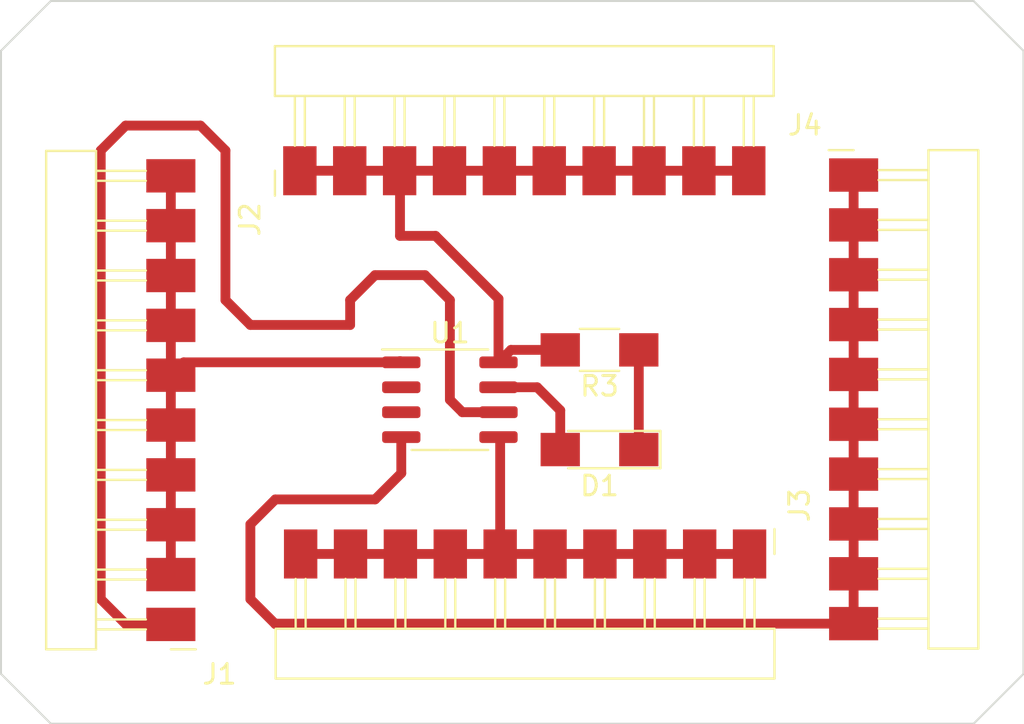
<source format=kicad_pcb>
(kicad_pcb (version 20211014) (generator pcbnew)
  (layers (0 "F.Cu" signal) (31 "B.Cu" signal) (34 "B.Paste" user) (35 "F.Paste" user) (36 "B.SilkS" user "B.Silkscreen") (37 "F.SilkS" user "F.Silkscreen") (38 "B.Mask" user) (39 "F.Mask" user) (44 "Edge.Cuts" user))
  (net 0 "")
  (net 1 "Net-(J1-Pad1)")
  (net 4 "Net-(D1-Pad1)")
  (net 5 "Net-(D1-Pad2)")
  (net 6 "Net-(J1-Pad10)")
  (net 7 "Net-(J2-Pad1)")
  (net 8 "Net-(J3-Pad1)")
  (net 9 "Net-(J4-Pad1)")
  (footprint "fab:PinHeader_1x10_P2.54mm_Horizontal_SMD" (layer "F.Cu") (at 168.89 79.77 90)
    (fp_text reference "J2" (at -1.524 -2.54 90) (layer "F.SilkS") (effects (justify right)))
    (fp_text value "Conn_01x10_Male")
    (fp_line (start 3.81 4.826) (end 1.27 4.826) (layer "F.SilkS") (width 0.12))
    (fp_line (start 6.35 24.13) (end 3.81 24.13) (layer "F.SilkS") (width 0.12))
    (fp_line (start 3.81 7.874) (end 1.27 7.874) (layer "F.SilkS") (width 0.12))
    (fp_line (start 3.81 9.906) (end 1.27 9.906) (layer "F.SilkS") (width 0.12))
    (fp_line (start 3.81 10.414) (end 1.27 10.414) (layer "F.SilkS") (width 0.12))
    (fp_line (start 3.81 24.13) (end 3.81 -1.27) (layer "F.SilkS") (width 0.12))
    (fp_line (start 3.81 18.034) (end 1.27 18.034) (layer "F.SilkS") (width 0.12))
    (fp_line (start 3.81 20.066) (end 1.27 20.066) (layer "F.SilkS") (width 0.12))
    (fp_line (start 3.81 2.286) (end 1.27 2.286) (layer "F.SilkS") (width 0.12))
    (fp_line (start 3.81 22.606) (end 1.27 22.606) (layer "F.SilkS") (width 0.12))
    (fp_line (start 6.35 -1.27) (end 6.35 24.13) (layer "F.SilkS") (width 0.12))
    (fp_line (start 3.81 2.794) (end 1.27 2.794) (layer "F.SilkS") (width 0.12))
    (fp_line (start 3.81 -1.27) (end 6.35 -1.27) (layer "F.SilkS") (width 0.12))
    (fp_line (start 3.81 20.574) (end 1.27 20.574) (layer "F.SilkS") (width 0.12))
    (fp_line (start 3.81 7.366) (end 1.27 7.366) (layer "F.SilkS") (width 0.12))
    (fp_line (start 3.81 23.114) (end 1.27 23.114) (layer "F.SilkS") (width 0.12))
    (fp_line (start 3.81 5.334) (end 1.27 5.334) (layer "F.SilkS") (width 0.12))
    (fp_line (start 3.81 12.446) (end 1.27 12.446) (layer "F.SilkS") (width 0.12))
    (fp_line (start 3.81 17.526) (end 1.27 17.526) (layer "F.SilkS") (width 0.12))
    (fp_line (start 3.81 12.954) (end 1.27 12.954) (layer "F.SilkS") (width 0.12))
    (fp_line (start 3.81 14.986) (end 1.27 14.986) (layer "F.SilkS") (width 0.12))
    (fp_line (start 3.81 0.254) (end 1.27 0.254) (layer "F.SilkS") (width 0.12))
    (fp_line (start -1.27 -1.27) (end 0 -1.27) (layer "F.SilkS") (width 0.12))
    (fp_line (start 3.81 -0.254) (end 1.27 -0.254) (layer "F.SilkS") (width 0.12))
    (fp_line (start 3.81 15.494) (end 1.27 15.494) (layer "F.SilkS") (width 0.12))
    (pad "1" smd rect locked (at 0 0 90) (size 2.5 1.7) (layers "F.Cu" "F.Paste" "F.Mask") (net 7 "Net-(J2-Pad1)"))
    (pad "2" smd rect locked (at 0 2.54 90) (size 2.5 1.7) (layers "F.Cu" "F.Paste" "F.Mask") (net 7 "Net-(J2-Pad1)"))
    (pad "3" smd rect locked (at 0 5.08 90) (size 2.5 1.7) (layers "F.Cu" "F.Paste" "F.Mask") (net 7 "Net-(J2-Pad1)"))
    (pad "4" smd rect locked (at 0 7.62 90) (size 2.5 1.7) (layers "F.Cu" "F.Paste" "F.Mask") (net 7 "Net-(J2-Pad1)"))
    (pad "5" smd rect locked (at 0 10.16 90) (size 2.5 1.7) (layers "F.Cu" "F.Paste" "F.Mask") (net 7 "Net-(J2-Pad1)"))
    (pad "6" smd rect locked (at 0 12.7 90) (size 2.5 1.7) (layers "F.Cu" "F.Paste" "F.Mask") (net 7 "Net-(J2-Pad1)"))
    (pad "7" smd rect locked (at 0 15.24 90) (size 2.5 1.7) (layers "F.Cu" "F.Paste" "F.Mask") (net 7 "Net-(J2-Pad1)"))
    (pad "8" smd rect locked (at 0 17.78 90) (size 2.5 1.7) (layers "F.Cu" "F.Paste" "F.Mask") (net 7 "Net-(J2-Pad1)"))
    (pad "9" smd rect locked (at 0 20.32 90) (size 2.5 1.7) (layers "F.Cu" "F.Paste" "F.Mask") (net 7 "Net-(J2-Pad1)"))
    (pad "10" smd rect locked (at 0 22.86 90) (size 2.5 1.7) (layers "F.Cu" "F.Paste" "F.Mask") (net 7 "Net-(J2-Pad1)"))
  )
  (footprint "fab:PinHeader_1x10_P2.54mm_Horizontal_SMD" (layer "F.Cu") (at 191.79 99.3 -90)
    (fp_text reference "J3" (at -1.524 -2.54 90) (layer "F.SilkS") (effects (justify left)))
    (fp_text value "Conn_01x10_Male")
    (fp_line (start 3.81 14.986) (end 1.27 14.986) (layer "F.SilkS") (width 0.12))
    (fp_line (start 3.81 18.034) (end 1.27 18.034) (layer "F.SilkS") (width 0.12))
    (fp_line (start 6.35 24.13) (end 3.81 24.13) (layer "F.SilkS") (width 0.12))
    (fp_line (start 3.81 5.334) (end 1.27 5.334) (layer "F.SilkS") (width 0.12))
    (fp_line (start 3.81 -0.254) (end 1.27 -0.254) (layer "F.SilkS") (width 0.12))
    (fp_line (start 3.81 0.254) (end 1.27 0.254) (layer "F.SilkS") (width 0.12))
    (fp_line (start 3.81 12.446) (end 1.27 12.446) (layer "F.SilkS") (width 0.12))
    (fp_line (start 3.81 24.13) (end 3.81 -1.27) (layer "F.SilkS") (width 0.12))
    (fp_line (start 3.81 -1.27) (end 6.35 -1.27) (layer "F.SilkS") (width 0.12))
    (fp_line (start 3.81 2.794) (end 1.27 2.794) (layer "F.SilkS") (width 0.12))
    (fp_line (start 3.81 20.066) (end 1.27 20.066) (layer "F.SilkS") (width 0.12))
    (fp_line (start 3.81 2.286) (end 1.27 2.286) (layer "F.SilkS") (width 0.12))
    (fp_line (start 3.81 12.954) (end 1.27 12.954) (layer "F.SilkS") (width 0.12))
    (fp_line (start 3.81 9.906) (end 1.27 9.906) (layer "F.SilkS") (width 0.12))
    (fp_line (start 3.81 7.874) (end 1.27 7.874) (layer "F.SilkS") (width 0.12))
    (fp_line (start 3.81 15.494) (end 1.27 15.494) (layer "F.SilkS") (width 0.12))
    (fp_line (start 3.81 23.114) (end 1.27 23.114) (layer "F.SilkS") (width 0.12))
    (fp_line (start 3.81 10.414) (end 1.27 10.414) (layer "F.SilkS") (width 0.12))
    (fp_line (start 3.81 7.366) (end 1.27 7.366) (layer "F.SilkS") (width 0.12))
    (fp_line (start 3.81 22.606) (end 1.27 22.606) (layer "F.SilkS") (width 0.12))
    (fp_line (start 3.81 17.526) (end 1.27 17.526) (layer "F.SilkS") (width 0.12))
    (fp_line (start -1.27 -1.27) (end 0 -1.27) (layer "F.SilkS") (width 0.12))
    (fp_line (start 3.81 20.574) (end 1.27 20.574) (layer "F.SilkS") (width 0.12))
    (fp_line (start 6.35 -1.27) (end 6.35 24.13) (layer "F.SilkS") (width 0.12))
    (fp_line (start 3.81 4.826) (end 1.27 4.826) (layer "F.SilkS") (width 0.12))
    (pad "1" smd rect locked (at 0 0 270) (size 2.5 1.7) (layers "F.Cu" "F.Paste" "F.Mask") (net 8 "Net-(J3-Pad1)"))
    (pad "2" smd rect locked (at 0 2.54 270) (size 2.5 1.7) (layers "F.Cu" "F.Paste" "F.Mask") (net 8 "Net-(J3-Pad1)"))
    (pad "3" smd rect locked (at 0 5.08 270) (size 2.5 1.7) (layers "F.Cu" "F.Paste" "F.Mask") (net 8 "Net-(J3-Pad1)"))
    (pad "4" smd rect locked (at 0 7.62 270) (size 2.5 1.7) (layers "F.Cu" "F.Paste" "F.Mask") (net 8 "Net-(J3-Pad1)"))
    (pad "5" smd rect locked (at 0 10.16 270) (size 2.5 1.7) (layers "F.Cu" "F.Paste" "F.Mask") (net 8 "Net-(J3-Pad1)"))
    (pad "6" smd rect locked (at 0 12.7 270) (size 2.5 1.7) (layers "F.Cu" "F.Paste" "F.Mask") (net 8 "Net-(J3-Pad1)"))
    (pad "7" smd rect locked (at 0 15.24 270) (size 2.5 1.7) (layers "F.Cu" "F.Paste" "F.Mask") (net 8 "Net-(J3-Pad1)"))
    (pad "8" smd rect locked (at 0 17.78 270) (size 2.5 1.7) (layers "F.Cu" "F.Paste" "F.Mask") (net 8 "Net-(J3-Pad1)"))
    (pad "9" smd rect locked (at 0 20.32 270) (size 2.5 1.7) (layers "F.Cu" "F.Paste" "F.Mask") (net 8 "Net-(J3-Pad1)"))
    (pad "10" smd rect locked (at 0 22.86 270) (size 2.5 1.7) (layers "F.Cu" "F.Paste" "F.Mask") (net 8 "Net-(J3-Pad1)"))
  )
  (footprint "fab:R_1206" (layer "F.Cu") (at 184.15 88.9 180)
    (fp_text reference "R3" (at 0 -1.85) (layer "F.SilkS"))
    (fp_text value "R")
    (fp_line (start 1 1.07) (end -1 1.07) (layer "F.SilkS") (width 0.12))
    (fp_line (start -1 -1.07) (end 1 -1.07) (layer "F.SilkS") (width 0.12))
    (pad "1" smd rect locked (at -2 0 180) (size 2 1.7) (layers "F.Cu" "F.Paste" "F.Mask") (net 4 "Net-(D1-Pad1)"))
    (pad "2" smd rect locked (at 2 0 180) (size 2 1.7) (layers "F.Cu" "F.Paste" "F.Mask") (net 7 "Net-(J2-Pad1)"))
  )
  (footprint "fab:LED_1206" (layer "F.Cu") (at 184.15 93.98 180)
    (fp_text reference "D1" (at 0 -1.85) (layer "F.SilkS"))
    (fp_text value "LED")
    (fp_line (start -3.1 -0.95) (end -3.1 0.95) (layer "F.SilkS") (width 0.12))
    (fp_line (start -3.1 0.95) (end 1.6 0.95) (layer "F.SilkS") (width 0.12))
    (fp_line (start -3.1 -0.95) (end 1.6 -0.95) (layer "F.SilkS") (width 0.12))
    (pad "1" smd rect locked (at -2 0 180) (size 2 1.7) (layers "F.Cu" "F.Paste" "F.Mask") (net 4 "Net-(D1-Pad1)"))
    (pad "2" smd rect locked (at 2 0 180) (size 2 1.7) (layers "F.Cu" "F.Paste" "F.Mask") (net 5 "Net-(D1-Pad2)"))
  )
  (footprint "fab:PinHeader_1x10_P2.54mm_Horizontal_SMD" (layer "F.Cu") (at 197.09 79.99)
    (fp_text reference "J4" (at -1.524 -2.54) (layer "F.SilkS") (effects (justify right)))
    (fp_text value "Conn_01x10_Male")
    (fp_line (start -1.27 -1.27) (end 0 -1.27) (layer "F.SilkS") (width 0.12))
    (fp_line (start 3.81 0.254) (end 1.27 0.254) (layer "F.SilkS") (width 0.12))
    (fp_line (start 3.81 2.794) (end 1.27 2.794) (layer "F.SilkS") (width 0.12))
    (fp_line (start 3.81 9.906) (end 1.27 9.906) (layer "F.SilkS") (width 0.12))
    (fp_line (start 3.81 22.606) (end 1.27 22.606) (layer "F.SilkS") (width 0.12))
    (fp_line (start 3.81 20.066) (end 1.27 20.066) (layer "F.SilkS") (width 0.12))
    (fp_line (start 3.81 18.034) (end 1.27 18.034) (layer "F.SilkS") (width 0.12))
    (fp_line (start 3.81 -1.27) (end 6.35 -1.27) (layer "F.SilkS") (width 0.12))
    (fp_line (start 3.81 23.114) (end 1.27 23.114) (layer "F.SilkS") (width 0.12))
    (fp_line (start 3.81 5.334) (end 1.27 5.334) (layer "F.SilkS") (width 0.12))
    (fp_line (start 3.81 12.954) (end 1.27 12.954) (layer "F.SilkS") (width 0.12))
    (fp_line (start 3.81 17.526) (end 1.27 17.526) (layer "F.SilkS") (width 0.12))
    (fp_line (start 3.81 15.494) (end 1.27 15.494) (layer "F.SilkS") (width 0.12))
    (fp_line (start 6.35 24.13) (end 3.81 24.13) (layer "F.SilkS") (width 0.12))
    (fp_line (start 3.81 12.446) (end 1.27 12.446) (layer "F.SilkS") (width 0.12))
    (fp_line (start 3.81 20.574) (end 1.27 20.574) (layer "F.SilkS") (width 0.12))
    (fp_line (start 3.81 -0.254) (end 1.27 -0.254) (layer "F.SilkS") (width 0.12))
    (fp_line (start 3.81 2.286) (end 1.27 2.286) (layer "F.SilkS") (width 0.12))
    (fp_line (start 3.81 7.874) (end 1.27 7.874) (layer "F.SilkS") (width 0.12))
    (fp_line (start 3.81 24.13) (end 3.81 -1.27) (layer "F.SilkS") (width 0.12))
    (fp_line (start 3.81 14.986) (end 1.27 14.986) (layer "F.SilkS") (width 0.12))
    (fp_line (start 3.81 4.826) (end 1.27 4.826) (layer "F.SilkS") (width 0.12))
    (fp_line (start 3.81 7.366) (end 1.27 7.366) (layer "F.SilkS") (width 0.12))
    (fp_line (start 3.81 10.414) (end 1.27 10.414) (layer "F.SilkS") (width 0.12))
    (fp_line (start 6.35 -1.27) (end 6.35 24.13) (layer "F.SilkS") (width 0.12))
    (pad "1" smd rect locked (at 0 0) (size 2.5 1.7) (layers "F.Cu" "F.Paste" "F.Mask") (net 9 "Net-(J4-Pad1)"))
    (pad "2" smd rect locked (at 0 2.54) (size 2.5 1.7) (layers "F.Cu" "F.Paste" "F.Mask") (net 9 "Net-(J4-Pad1)"))
    (pad "3" smd rect locked (at 0 5.08) (size 2.5 1.7) (layers "F.Cu" "F.Paste" "F.Mask") (net 9 "Net-(J4-Pad1)"))
    (pad "4" smd rect locked (at 0 7.62) (size 2.5 1.7) (layers "F.Cu" "F.Paste" "F.Mask") (net 9 "Net-(J4-Pad1)"))
    (pad "5" smd rect locked (at 0 10.16) (size 2.5 1.7) (layers "F.Cu" "F.Paste" "F.Mask") (net 9 "Net-(J4-Pad1)"))
    (pad "6" smd rect locked (at 0 12.7) (size 2.5 1.7) (layers "F.Cu" "F.Paste" "F.Mask") (net 9 "Net-(J4-Pad1)"))
    (pad "7" smd rect locked (at 0 15.24) (size 2.5 1.7) (layers "F.Cu" "F.Paste" "F.Mask") (net 9 "Net-(J4-Pad1)"))
    (pad "8" smd rect locked (at 0 17.78) (size 2.5 1.7) (layers "F.Cu" "F.Paste" "F.Mask") (net 9 "Net-(J4-Pad1)"))
    (pad "9" smd rect locked (at 0 20.32) (size 2.5 1.7) (layers "F.Cu" "F.Paste" "F.Mask") (net 9 "Net-(J4-Pad1)"))
    (pad "10" smd rect locked (at 0 22.86) (size 2.5 1.7) (layers "F.Cu" "F.Paste" "F.Mask") (net 9 "Net-(J4-Pad1)"))
  )
  (footprint "Package_SO:SOIC-8_3.9x4.9mm_P1.27mm" (layer "F.Cu") (at 176.53 91.44)
    (fp_text reference "U1" (at 0 -3.4) (layer "F.SilkS"))
    (fp_text value "ATtiny412-SS")
    (fp_line (start 0 -2.56) (end 1.95 -2.56) (layer "F.SilkS") (width 0.12))
    (fp_line (start 0 2.56) (end -1.95 2.56) (layer "F.SilkS") (width 0.12))
    (fp_line (start 0 -2.56) (end -3.45 -2.56) (layer "F.SilkS") (width 0.12))
    (fp_line (start 0 2.56) (end 1.95 2.56) (layer "F.SilkS") (width 0.12))
    (pad "1" smd roundrect (at -2.475 -1.905) (size 1.95 0.6) (layers "F.Cu" "F.Paste" "F.Mask") (net 6 "Net-(J1-Pad10)"))
    (pad "2" smd roundrect (at -2.475 -0.635) (size 1.95 0.6) (layers "F.Cu" "F.Paste" "F.Mask"))
    (pad "3" smd roundrect (at -2.475 0.635) (size 1.95 0.6) (layers "F.Cu" "F.Paste" "F.Mask"))
    (pad "4" smd roundrect (at -2.475 1.905) (size 1.95 0.6) (layers "F.Cu" "F.Paste" "F.Mask") (net 9 "Net-(J4-Pad1)"))
    (pad "5" smd roundrect (at 2.475 1.905) (size 1.95 0.6) (layers "F.Cu" "F.Paste" "F.Mask") (net 8 "Net-(J3-Pad1)"))
    (pad "6" smd roundrect (at 2.475 0.635) (size 1.95 0.6) (layers "F.Cu" "F.Paste" "F.Mask") (net 1 "Net-(J1-Pad1)"))
    (pad "7" smd roundrect (at 2.475 -0.635) (size 1.95 0.6) (layers "F.Cu" "F.Paste" "F.Mask") (net 5 "Net-(D1-Pad2)"))
    (pad "8" smd roundrect (at 2.475 -1.905) (size 1.95 0.6) (layers "F.Cu" "F.Paste" "F.Mask") (net 7 "Net-(J2-Pad1)"))
  )
  (footprint "fab:PinHeader_1x10_P2.54mm_Horizontal_SMD" (layer "F.Cu") (at 162.32 102.89 180)
    (fp_text reference "J1" (at -1.524 -2.54) (layer "F.SilkS") (effects (justify left)))
    (fp_text value "Conn_01x10_Male")
    (fp_line (start 3.81 0.254) (end 1.27 0.254) (layer "F.SilkS") (width 0.12))
    (fp_line (start 3.81 23.114) (end 1.27 23.114) (layer "F.SilkS") (width 0.12))
    (fp_line (start 3.81 4.826) (end 1.27 4.826) (layer "F.SilkS") (width 0.12))
    (fp_line (start 3.81 2.286) (end 1.27 2.286) (layer "F.SilkS") (width 0.12))
    (fp_line (start 3.81 24.13) (end 3.81 -1.27) (layer "F.SilkS") (width 0.12))
    (fp_line (start 3.81 15.494) (end 1.27 15.494) (layer "F.SilkS") (width 0.12))
    (fp_line (start 6.35 24.13) (end 3.81 24.13) (layer "F.SilkS") (width 0.12))
    (fp_line (start 3.81 9.906) (end 1.27 9.906) (layer "F.SilkS") (width 0.12))
    (fp_line (start 3.81 -0.254) (end 1.27 -0.254) (layer "F.SilkS") (width 0.12))
    (fp_line (start 3.81 10.414) (end 1.27 10.414) (layer "F.SilkS") (width 0.12))
    (fp_line (start 3.81 18.034) (end 1.27 18.034) (layer "F.SilkS") (width 0.12))
    (fp_line (start -1.27 -1.27) (end 0 -1.27) (layer "F.SilkS") (width 0.12))
    (fp_line (start 3.81 20.574) (end 1.27 20.574) (layer "F.SilkS") (width 0.12))
    (fp_line (start 6.35 -1.27) (end 6.35 24.13) (layer "F.SilkS") (width 0.12))
    (fp_line (start 3.81 -1.27) (end 6.35 -1.27) (layer "F.SilkS") (width 0.12))
    (fp_line (start 3.81 14.986) (end 1.27 14.986) (layer "F.SilkS") (width 0.12))
    (fp_line (start 3.81 12.446) (end 1.27 12.446) (layer "F.SilkS") (width 0.12))
    (fp_line (start 3.81 7.366) (end 1.27 7.366) (layer "F.SilkS") (width 0.12))
    (fp_line (start 3.81 2.794) (end 1.27 2.794) (layer "F.SilkS") (width 0.12))
    (fp_line (start 3.81 20.066) (end 1.27 20.066) (layer "F.SilkS") (width 0.12))
    (fp_line (start 3.81 7.874) (end 1.27 7.874) (layer "F.SilkS") (width 0.12))
    (fp_line (start 3.81 12.954) (end 1.27 12.954) (layer "F.SilkS") (width 0.12))
    (fp_line (start 3.81 17.526) (end 1.27 17.526) (layer "F.SilkS") (width 0.12))
    (fp_line (start 3.81 5.334) (end 1.27 5.334) (layer "F.SilkS") (width 0.12))
    (fp_line (start 3.81 22.606) (end 1.27 22.606) (layer "F.SilkS") (width 0.12))
    (pad "1" smd rect locked (at 0 0 180) (size 2.5 1.7) (layers "F.Cu" "F.Paste" "F.Mask") (net 1 "Net-(J1-Pad1)"))
    (pad "2" smd rect locked (at 0 2.54 180) (size 2.5 1.7) (layers "F.Cu" "F.Paste" "F.Mask") (net 6 "Net-(J1-Pad10)"))
    (pad "3" smd rect locked (at 0 5.08 180) (size 2.5 1.7) (layers "F.Cu" "F.Paste" "F.Mask") (net 6 "Net-(J1-Pad10)"))
    (pad "4" smd rect locked (at 0 7.62 180) (size 2.5 1.7) (layers "F.Cu" "F.Paste" "F.Mask") (net 6 "Net-(J1-Pad10)"))
    (pad "5" smd rect locked (at 0 10.16 180) (size 2.5 1.7) (layers "F.Cu" "F.Paste" "F.Mask") (net 6 "Net-(J1-Pad10)"))
    (pad "6" smd rect locked (at 0 12.7 180) (size 2.5 1.7) (layers "F.Cu" "F.Paste" "F.Mask") (net 6 "Net-(J1-Pad10)"))
    (pad "7" smd rect locked (at 0 15.24 180) (size 2.5 1.7) (layers "F.Cu" "F.Paste" "F.Mask") (net 6 "Net-(J1-Pad10)"))
    (pad "8" smd rect locked (at 0 17.78 180) (size 2.5 1.7) (layers "F.Cu" "F.Paste" "F.Mask") (net 6 "Net-(J1-Pad10)"))
    (pad "9" smd rect locked (at 0 20.32 180) (size 2.5 1.7) (layers "F.Cu" "F.Paste" "F.Mask") (net 6 "Net-(J1-Pad10)"))
    (pad "10" smd rect locked (at 0 22.86 180) (size 2.5 1.7) (layers "F.Cu" "F.Paste" "F.Mask") (net 6 "Net-(J1-Pad10)"))
  )
  (gr_line (start 156.21 71.12) (end 153.67 73.66) (layer "Edge.Cuts") (width 0.1))
  (gr_line (start 205.74 73.66) (end 205.74 105.41) (layer "Edge.Cuts") (width 0.1))
  (gr_line (start 205.74 105.41) (end 203.2 107.95) (layer "Edge.Cuts") (width 0.1))
  (gr_line (start 156.21 107.95) (end 153.67 105.41) (layer "Edge.Cuts") (width 0.1))
  (gr_line (start 153.67 105.41) (end 153.67 73.66) (layer "Edge.Cuts") (width 0.1))
  (gr_line (start 203.2 107.95) (end 156.21 107.95) (layer "Edge.Cuts") (width 0.1))
  (gr_line (start 167.64 71.12) (end 203.2 71.12) (layer "Edge.Cuts") (width 0.1))
  (gr_line (start 203.2 71.12) (end 205.74 73.66) (layer "Edge.Cuts") (width 0.1))
  (gr_line (start 167.64 71.12) (end 156.21 71.12) (layer "Edge.Cuts") (width 0.1))
  (segment (start 163.83 77.47) (end 160.02 77.47) (width 0.5) (layer "F.Cu") (net 1))
  (segment (start 176.53 91.44) (end 176.53 86.36) (width 0.5) (layer "F.Cu") (net 1))
  (segment (start 165.1 78.74) (end 163.83 77.47) (width 0.5) (layer "F.Cu") (net 1))
  (segment (start 175.26 85.09) (end 172.72 85.09) (width 0.5) (layer "F.Cu") (net 1))
  (segment (start 165.1 86.36) (end 165.1 78.74) (width 0.5) (layer "F.Cu") (net 1))
  (segment (start 160.04 102.89) (end 162.32 102.89) (width 0.5) (layer "F.Cu") (net 1))
  (segment (start 160.02 77.47) (end 158.75 78.74) (width 0.5) (layer "F.Cu") (net 1))
  (segment (start 171.45 87.63) (end 166.37 87.63) (width 0.5) (layer "F.Cu") (net 1))
  (segment (start 176.53 86.36) (end 175.26 85.09) (width 0.5) (layer "F.Cu") (net 1))
  (segment (start 158.75 101.6) (end 160.04 102.89) (width 0.5) (layer "F.Cu") (net 1))
  (segment (start 158.75 78.74) (end 158.75 101.6) (width 0.5) (layer "F.Cu") (net 1))
  (segment (start 177.165 92.075) (end 176.53 91.44) (width 0.5) (layer "F.Cu") (net 1))
  (segment (start 166.37 87.63) (end 165.1 86.36) (width 0.5) (layer "F.Cu") (net 1))
  (segment (start 172.72 85.09) (end 171.45 86.36) (width 0.5) (layer "F.Cu") (net 1))
  (segment (start 179.005 92.075) (end 177.165 92.075) (width 0.5) (layer "F.Cu") (net 1))
  (segment (start 171.45 86.36) (end 171.45 87.63) (width 0.5) (layer "F.Cu") (net 1))
  (segment (start 186.15 88.9) (end 186.15 93.98) (width 0.5) (layer "F.Cu") (net 4))
  (segment (start 182.15 91.98) (end 180.975 90.805) (width 0.5) (layer "F.Cu") (net 5))
  (segment (start 180.975 90.805) (end 179.005 90.805) (width 0.5) (layer "F.Cu") (net 5))
  (segment (start 182.15 93.98) (end 182.15 91.98) (width 0.5) (layer "F.Cu") (net 5))
  (segment (start 162.975 89.535) (end 174.055 89.535) (width 0.5) (layer "F.Cu") (net 6))
  (segment (start 162.32 80.03) (end 162.32 100.35) (width 0.5) (layer "F.Cu") (net 6))
  (segment (start 162.32 90.19) (end 162.975 89.535) (width 0.5) (layer "F.Cu") (net 6))
  (segment (start 173.99 89.47) (end 174.055 89.535) (width 0.5) (layer "F.Cu") (net 6))
  (segment (start 173.99 79.79) (end 173.97 79.77) (width 0.5) (layer "F.Cu") (net 7))
  (segment (start 182.15 88.9) (end 179.64 88.9) (width 0.5) (layer "F.Cu") (net 7))
  (segment (start 168.89 79.77) (end 191.75 79.77) (width 0.5) (layer "F.Cu") (net 7))
  (segment (start 173.99 83.09) (end 175.8 83.09) (width 0.5) (layer "F.Cu") (net 7))
  (segment (start 173.99 83.09) (end 173.99 79.79) (width 0.5) (layer "F.Cu") (net 7))
  (segment (start 179.64 88.9) (end 179.005 89.535) (width 0.5) (layer "F.Cu") (net 7))
  (segment (start 175.8 83.09) (end 179.005 86.295) (width 0.5) (layer "F.Cu") (net 7))
  (segment (start 181.59 88.34) (end 182.15 88.9) (width 0.5) (layer "F.Cu") (net 7))
  (segment (start 179.005 86.295) (end 179.005 89.535) (width 0.5) (layer "F.Cu") (net 7))
  (segment (start 191.79 99.3) (end 168.93 99.3) (width 0.5) (layer "F.Cu") (net 8))
  (segment (start 179.09 93.43) (end 179.005 93.345) (width 0.5) (layer "F.Cu") (net 8))
  (segment (start 179.09 99.3) (end 179.09 93.43) (width 0.5) (layer "F.Cu") (net 8))
  (segment (start 172.72 96.52) (end 174.055 95.185) (width 0.5) (layer "F.Cu") (net 9))
  (segment (start 166.37 97.79) (end 167.64 96.52) (width 0.5) (layer "F.Cu") (net 9))
  (segment (start 167.64 102.87) (end 166.37 101.6) (width 0.5) (layer "F.Cu") (net 9))
  (segment (start 174.055 95.185) (end 174.055 93.345) (width 0.5) (layer "F.Cu") (net 9))
  (segment (start 167.66 102.85) (end 167.64 102.87) (width 0.5) (layer "F.Cu") (net 9))
  (segment (start 166.37 101.6) (end 166.37 97.79) (width 0.5) (layer "F.Cu") (net 9))
  (segment (start 197.09 102.85) (end 167.66 102.85) (width 0.5) (layer "F.Cu") (net 9))
  (segment (start 167.64 96.52) (end 172.72 96.52) (width 0.5) (layer "F.Cu") (net 9))
  (segment (start 197.09 79.99) (end 197.09 102.85) (width 0.5) (layer "F.Cu") (net 9))
)
</source>
